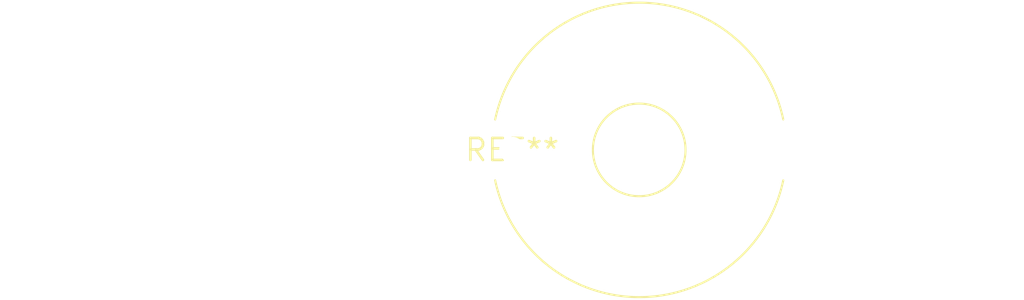
<source format=kicad_pcb>
(kicad_pcb (version 20240108) (generator pcbnew)
  (layers (0 "F.Cu" signal) (31 "B.Cu" signal) (34 "B.Paste" user) (35 "F.Paste" user) (36 "B.SilkS" user "B.Silkscreen") (37 "F.SilkS" user "F.Silkscreen") (38 "B.Mask" user) (39 "F.Mask" user) (44 "Edge.Cuts" user))
  (net 0 "")
  (footprint "L_Toroid_Horizontal_D16.8mm_P14.70mm_Vishay_TJ3_BigPads" (layer "F.Cu") (at 0 0)
    (property "Reference" "REF**")
    (property "Value" "L_Toroid_Horizontal_D16.8mm_P14.70mm_Vishay_TJ3_BigPads")
    (fp_arc (start -0.986234 -1.76) (mid 7.35 -8.52) (end 15.686234 -1.76) (layer "F.SilkS") (stroke (width 0.12)))
    (fp_arc (start 15.686234 1.76) (mid 7.35 8.52) (end -0.986234 1.76) (layer "F.SilkS") (stroke (width 0.12)))
    (fp_circle (center 7.35 0) (end 10.03 0) (layer "F.SilkS") (stroke (width 0.12)) (fill none))
    (pad "1" thru_hole circle (at 0 0) (size 3 3) (drill 1.5) (layers *.Cu *.Mask) (remove_unused_layers))
    (pad "2" thru_hole circle (at 14.7 0) (size 3 3) (drill 1.5) (layers *.Cu *.Mask) (remove_unused_layers))
  )
)
</source>
